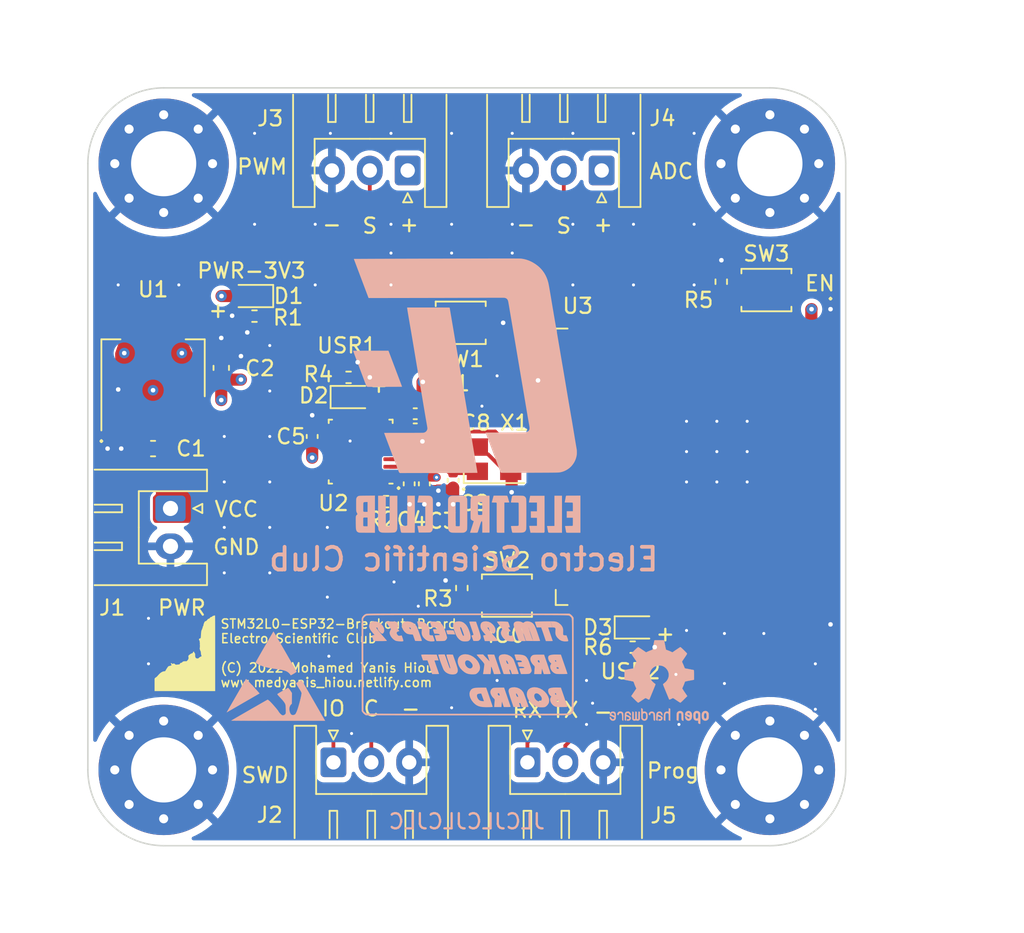
<source format=kicad_pcb>
(kicad_pcb (version 20211014) (generator pcbnew)
  (layers (0 "F.Cu" signal) (1 "In1.Cu" power) (2 "In2.Cu" power) (31 "B.Cu" signal) (34 "B.Paste" user) (35 "F.Paste" user) (36 "B.SilkS" user "B.Silkscreen") (37 "F.SilkS" user "F.Silkscreen") (38 "B.Mask" user) (39 "F.Mask" user) (44 "Edge.Cuts" user))
  (net 0 "")
  (net 1 "VCC")
  (net 2 "GND")
  (net 3 "+3.3V")
  (net 4 "HSE_OUT")
  (net 5 "HSE_IN")
  (net 6 "Net-(D1-Pad1)")
  (net 7 "Net-(D2-Pad1)")
  (net 8 "STM_USR_LED")
  (net 9 "Net-(D3-Pad1)")
  (net 10 "ESP_USR_LED")
  (net 11 "SWDIO")
  (net 12 "SWDCLK")
  (net 13 "ADC")
  (net 14 "PWM")
  (net 15 "Prog_TX")
  (net 16 "Prog_RX")
  (net 17 "BOOT0")
  (net 18 "Net-(R3-Pad1)")
  (net 19 "Net-(R5-Pad1)")
  (net 20 "NRST")
  (net 21 "IO0")
  (net 22 "EN")
  (net 33 "UART_TX")
  (net 34 "UART_RX")
  (net 62 "+3.3VA")
  (footprint "Capacitor_SMD:C_0402_1005Metric" (layer "F.Cu") (at 134.1 98 90)
    (fp_text reference "C8")
    (fp_text value "10p")
  )
  (footprint "Resistor_SMD:R_0402_1005Metric" (layer "F.Cu") (at 120.9925 89.06 180)
    (fp_text reference "R1")
    (fp_text value "1K5")
  )
  (footprint "Package_TO_SOT_SMD:SOT-223-3_TabPin2" (layer "F.Cu") (at 114.3 92.5 90)
    (fp_text reference "U1")
    (fp_text value "AMS1117-3.3")
  )
  (footprint "Resistor_SMD:R_0402_1005Metric" (layer "F.Cu") (at 129.675 101.3)
    (fp_text reference "R2")
    (fp_text value "10k")
  )
  (footprint "Capacitor_SMD:C_0402_1005Metric" (layer "F.Cu") (at 132.2 100.125 -90)
    (fp_text reference "C3")
    (fp_text value "10u")
  )
  (footprint "MountingHole:MountingHole_4.3mm_M4_Pad_Via" (layer "F.Cu") (at 115 119)
    (fp_text reference "H4")
    (fp_text value "MountingHole_Pad")
  )
  (footprint "Package_DFN_QFN:QFN-28_4x4mm_P0.5mm" (layer "F.Cu") (at 128 98 180)
    (fp_text reference "U2")
    (fp_text value "STM32L031G6Ux")
  )
  (footprint "LED_SMD:LED_0603_1608Metric" (layer "F.Cu") (at 127.5 94.4)
    (fp_text reference "D2")
    (fp_text value "Blue")
  )
  (footprint "LED_SMD:LED_0603_1608Metric" (layer "F.Cu") (at 146.245 109.6)
    (fp_text reference "D3")
    (fp_text value "Yellow")
  )
  (footprint "Connector_JST:JST_XH_S3B-XH-A_1x03_P2.50mm_Horizontal" (layer "F.Cu") (at 131.1 79.45 180)
    (fp_text reference "J3")
    (fp_text value "Conn_01x03")
  )
  (footprint "Crystal:Crystal_SMD_SeikoEpson_TSX3225-4Pin_3.2x2.5mm" (layer "F.Cu") (at 136.8 98.5)
    (fp_text reference "X1")
    (fp_text value "16MHz")
  )
  (footprint "Resistor_SMD:R_0402_1005Metric" (layer "F.Cu") (at 134.675 107 90)
    (fp_text reference "R3")
    (fp_text value "10k")
  )
  (footprint "RF_Module:ESP32-WROOM-32" (layer "F.Cu") (at 150.75 99 -90)
    (fp_text reference "U3")
    (fp_text value "ESP32-WROOM-32")
  )
  (footprint "Capacitor_SMD:C_0402_1005Metric" (layer "F.Cu") (at 124.8 97 90)
    (fp_text reference "C5")
    (fp_text value "100n")
  )
  (footprint "Resistor_SMD:R_0402_1005Metric" (layer "F.Cu") (at 127.2 93.1)
    (fp_text reference "R4")
    (fp_text value "1K5")
  )
  (footprint "Logos:yanis_logo" (layer "F.Cu") (at 115.9 111.3)
    (fp_text reference "G***")
    (fp_text value "LOGO" hide)
  )
  (footprint "Button_Switch_SMD:SW_SPST_B3U-1000P" (layer "F.Cu") (at 134.6 89.5)
    (fp_text reference "SW1")
    (fp_text value "SW_SPST")
  )
  (footprint "Capacitor_SMD:C_0402_1005Metric" (layer "F.Cu") (at 131.2 100.125 -90)
    (fp_text reference "C4")
    (fp_text value "100n")
  )
  (footprint "Resistor_SMD:R_0402_1005Metric" (layer "F.Cu") (at 151.79 86.79 90)
    (fp_text reference "R5")
    (fp_text value "10k")
  )
  (footprint "Capacitor_SMD:C_0402_1005Metric" (layer "F.Cu") (at 131.6 95.5)
    (fp_text reference "C7")
    (fp_text value "1u")
  )
  (footprint "Resistor_SMD:R_0402_1005Metric" (layer "F.Cu") (at 145.945 110.9)
    (fp_text reference "R6")
    (fp_text value "1K5")
  )
  (footprint "Capacitor_SMD:C_0603_1608Metric" (layer "F.Cu") (at 118.8 92.475 90)
    (fp_text reference "C2")
    (fp_text value "22u")
  )
  (footprint "Button_Switch_SMD:SW_SPST_B3U-1000P" (layer "F.Cu") (at 137.65 107.5 180)
    (fp_text reference "SW2")
    (fp_text value "SW_SPST")
  )
  (footprint "Connector_JST:JST_XH_S3B-XH-A_1x03_P2.50mm_Horizontal" (layer "F.Cu") (at 143.9 79.45 180)
    (fp_text reference "J4")
    (fp_text value "Conn_01x03")
  )
  (footprint "MountingHole:MountingHole_4.3mm_M4_Pad_Via" (layer "F.Cu") (at 115 79)
    (fp_text reference "H1")
    (fp_text value "MountingHole_Pad")
  )
  (footprint "Inductor_SMD:L_0402_1005Metric" (layer "F.Cu") (at 131.6 94.5)
    (fp_text reference "FB1")
    (fp_text value "100 @ 100MHz")
  )
  (footprint "MountingHole:MountingHole_4.3mm_M4_Pad_Via" (layer "F.Cu") (at 155 119)
    (fp_text reference "H3")
    (fp_text value "MountingHole_Pad")
  )
  (footprint "MountingHole:MountingHole_4.3mm_M4_Pad_Via" (layer "F.Cu") (at 155 79)
    (fp_text reference "H2")
    (fp_text value "MountingHole_Pad")
  )
  (footprint "Connector_JST:JST_XH_S2B-XH-A_1x02_P2.50mm_Horizontal" (layer "F.Cu") (at 115.45 101.75 -90)
    (fp_text reference "J1")
    (fp_text value "Conn_01x02")
  )
  (footprint "Capacitor_SMD:C_0402_1005Metric" (layer "F.Cu") (at 134.1 99.9 -90)
    (fp_text reference "C9")
    (fp_text value "10p")
  )
  (footprint "Capacitor_SMD:C_0603_1608Metric" (layer "F.Cu") (at 114.3 97.8 180)
    (fp_text reference "C1")
    (fp_text value "22u")
  )
  (footprint "Button_Switch_SMD:SW_SPST_B3U-1000P" (layer "F.Cu") (at 154.77 87.34 180)
    (fp_text reference "SW3")
    (fp_text value "SW_SPST")
  )
  (footprint "LED_SMD:LED_0603_1608Metric" (layer "F.Cu") (at 120.7425 87.735 180)
    (fp_text reference "D1")
    (fp_text value "Green")
  )
  (footprint "Connector_JST:JST_XH_S3B-XH-A_1x03_P2.50mm_Horizontal" (layer "F.Cu") (at 139 118.5)
    (fp_text reference "J5")
    (fp_text value "Conn_01x03")
  )
  (footprint "Connector_JST:JST_XH_S3B-XH-A_1x03_P2.50mm_Horizontal" (layer "F.Cu") (at 126.2 118.5)
    (fp_text reference "J2")
    (fp_text value "Conn_01x03")
  )
  (footprint "Capacitor_SMD:C_0402_1005Metric" (layer "F.Cu") (at 131.6 96.5)
    (fp_text reference "C6")
    (fp_text value "10n")
  )
  (footprint "Logos:electro_logo_15mm" (layer "B.Cu") (at 135 94.3 180)
    (fp_text reference "G***")
    (fp_text value "LOGO" hide)
  )
  (footprint "LOGO" (layer "B.Cu") (at 135 112.1 180)
    (fp_text reference "G***")
    (fp_text value "LOGO" hide)
  )
  (footprint "Symbol:ESD-Logo_6.6x6mm_SilkScreen" (layer "B.Cu") (at 122.4 112.8 180)
    (fp_text reference "REF**" hide)
    (fp_text value "ESD-Logo_6.6x6mm_SilkScreen" hide)
  )
  (footprint "Symbol:OSHW-Logo2_7.3x6mm_SilkScreen" (layer "B.Cu") (at 147.7 113.2 180)
    (fp_text reference "REF**" hide)
    (fp_text value "OSHW-Logo2_7.3x6mm_SilkScreen" hide)
  )
  (gr_arc (start 115 124) (mid 111.464466 122.535534) (end 110 119) (layer "Edge.Cuts") (width 0.1))
  (gr_line (start 115 124) (end 155 124) (layer "Edge.Cuts") (width 0.1))
  (gr_arc (start 160 119) (mid 158.535534 122.535534) (end 155 124) (layer "Edge.Cuts") (width 0.1))
  (gr_line (start 110 79) (end 110 119) (layer "Edge.Cuts") (width 0.1))
  (gr_arc (start 155 74) (mid 158.535534 75.464466) (end 160 79) (layer "Edge.Cuts") (width 0.1))
  (gr_arc (start 110 79) (mid 111.464466 75.464466) (end 115 74) (layer "Edge.Cuts") (width 0.1))
  (gr_line (start 160 119) (end 160 79) (layer "Edge.Cuts") (width 0.1))
  (gr_line (start 115 74) (end 155 74) (layer "Edge.Cuts") (width 0.1))
  (gr_text "Electro Scientific Club" (at 134.8 105.1) (layer "B.SilkS") (effects (font (size 1.5 1.5) (thickness 0.25)) (justify mirror)))
  (gr_text "JLCJLCJLCJLC" (at 135 122.4) (layer "B.SilkS") (effects (font (size 1 1)) (justify mirror)))
  (gr_text "IO" (at 126.2 114.95) (layer "F.SilkS") (effects (font (size 1 1))))
  (gr_text "S" (at 128.6 83.1) (layer "F.SilkS") (effects (font (size 1 1))))
  (gr_text "PWR-3V3" (at 120.7925 86.06) (layer "F.SilkS") (effects (font (size 1 1))))
  (gr_text "C" (at 128.7 114.95) (layer "F.SilkS") (effects (font (size 1 1))))
  (gr_text "+" (at 129.2 93.6) (layer "F.SilkS") (effects (font (size 1 1))))
  (gr_text "+" (at 131.2 83) (layer "F.SilkS") (effects (font (size 1 1))))
  (gr_text "GND" (at 119.8 104.3) (layer "F.SilkS") (effects (font (size 1 1))))
  (gr_text "TX" (at 141.5 115.05) (layer "F.SilkS") (effects (font (size 1 1))))
  (gr_text "ADC" (at 148.5 79.5) (layer "F.SilkS") (effects (font (size 1 1))))
  (gr_text "PWM" (at 121.5 79.2) (layer "F.SilkS") (effects (font (size 1 1))))
  (gr_text "+" (at 118.5925 88.66) (layer "F.SilkS") (effects (font (size 1 1))))
  (gr_text "." (at 110.89 96.9) (layer "F.SilkS") (effects (font (size 1 1))))
  (gr_text "USR1" (at 127.1 91) (layer "F.SilkS") (effects (font (size 1 1))))
  (gr_text "+" (at 144 83) (layer "F.SilkS") (effects (font (size 1 1))))
  (gr_text "-" (at 144 115.15) (layer "F.SilkS") (effects (font (size 1 1))))
  (gr_text "RST" (at 134.6 86.9) (layer "F.SilkS") (effects (font (size 1 1))))
  (gr_text "STM32L0-ESP32-Breakout-Board\nElectro Scientific Club\n\n(C) 2022 Mohamed Yanis Hiou\nwww.medyanis_hiou.netlify.com" (at 118.7 111.3) (layer "F.SilkS") (effects (font (size 0.6 0.6) (thickness 0.1)) (justify left)))
  (gr_text "-" (at 131.3 114.95) (layer "F.SilkS") (effects (font (size 1 1))))
  (gr_text "-" (at 138.9 83) (layer "F.SilkS") (effects (font (size 1 1))))
  (gr_text "." (at 134.8 100.075) (layer "F.SilkS") (effects (font (size 1 1))))
  (gr_text "Prog\n" (at 148.6 119.05) (layer "F.SilkS") (effects (font (size 1 1))))
  (gr_text "SWD" (at 121.7 119.35) (layer "F.SilkS") (effects (font (size 1 1))))
  (gr_text "USR2" (at 145.8 112.5) (layer "F.SilkS") (effects (font (size 1 1))))
  (gr_text "S" (at 141.4 83.1) (layer "F.SilkS") (effects (font (size 1 1))))
  (gr_text "-" (at 126.1 83) (layer "F.SilkS") (effects (font (size 1 1))))
  (gr_text "IO0" (at 137.6 110.1) (layer "F.SilkS") (effects (font (size 1 1))))
  (gr_text "+" (at 148.1 110) (layer "F.SilkS") (effects (font (size 1 1))))
  (gr_text "EN" (at 158.3 86.9) (layer "F.SilkS") (effects (font (size 1 1))))
  (gr_text "." (at 159 87.5) (layer "F.SilkS") (effects (font (size 1 1))))
  (gr_text "PWR" (at 116.2 108.3) (layer "F.SilkS") (effects (font (size 1 1))))
  (gr_text "VCC\n" (at 119.8 101.8) (layer "F.SilkS") (effects (font (size 1 1))))
  (gr_text "RX" (at 139 115.05) (layer "F.SilkS") (effects (font (size 1 1))))
  (gr_text "." (at 130.5 100) (layer "F.SilkS") (effects (font (size 1 1))))
  (segment (start 159.005 90.5) (end 159.005 88.605) (width 0.8) (layer "F.Cu") (net 2))
  (segment (start 129.5 99.9975) (end 129.5 100.3) (width 0.25) (layer "F.Cu") (net 2))
  (segment (start 146.455 110.9) (end 147.4 110.9) (width 0.8) (layer "F.Cu") (net 2))
  (segment (start 130.185 100.985) (end 130.185 101.3) (width 0.25) (layer "F.Cu") (net 2))
  (segment (start 136.3 89.5) (end 137.4 89.5) (width 0.8) (layer "F.Cu") (net 2))
  (segment (start 132.2 100.605) (end 133.095 100.605) (width 0.8) (layer "F.Cu") (net 2))
  (segment (start 131.2 100.605) (end 132.2 100.605) (width 0.8) (layer "F.Cu") (net 2))
  (segment (start 124.8 96.52) (end 124.8 95.6) (width 0.56) (layer "F.Cu") (net 2))
  (segment (start 126.0625 97) (end 127 97) (width 0.25) (layer "F.Cu") (net 2))
  (segment (start 127 97) (end 127.3 97.3) (width 0.25) (layer "F.Cu") (net 2))
  (segment (start 131.225 101.475) (end 131.225 100.63) (width 0.8) (layer "F.Cu") (net 2))
  (segment (start 133.125 100.575) (end 133.905 100.575) (width 0.8) (layer "F.Cu") (net 2))
  (segment (start 134.675 106.49) (end 133.61 106.49) (width 0.8) (layer "F.Cu") (net 2))
  (segment (start 112 95.65) (end 112 93.9) (width 0.8) (layer "F.Cu") (net 2))
  (segment (start 120.4825 89.06) (end 120.4825 90.1) (width 0.56) (layer "F.Cu") (net 2))
  (segment (start 127.71 93.1) (end 127.71 92.19) (width 0.56) (layer "F.Cu") (net 2))
  (segment (start 127.71 93.1) (end 128.6 93.1) (width 0.56) (layer "F.Cu") (net 2))
  (segment (start 112 97.6) (end 112.2 97.8) (width 0.8) (layer "F.Cu") (net 2))
  (segment (start 132.2 101.475) (end 133.125 101.475) (width 0.8) (layer "F.Cu") (net 2))
  (segment (start 133.125 100.575) (end 133.125 101.475) (width 0.8) (layer "F.Cu") (net 2))
  (segment (start 130.505 101.3) (end 131.2 100.605) (width 0.8) (layer "F.Cu") (net 2))
  (segment (start 133.125 101.475) (end 134.1 101.475) (width 0.8) (layer "F.Cu") (net 2))
  (segment (start 131.225 100.63) (end 131.2 100.605) (width 0.8) (layer "F.Cu") (net 2))
  (segment (start 135.52 97.52) (end 135.7 97.7) (width 0.56) (layer "F.Cu") (net 2))
  (segment (start 151.79 86.28) (end 151.79 85.38) (width 0.8) (layer "F.Cu") (net 2))
  (segment (start 131.225 101.475) (end 132.2 101.475) (width 0.8) (layer "F.Cu") (net 2))
  (segment (start 133.1 100.575) (end 132.2 101.475) (width 0.8) (layer "F.Cu") (net 2))
  (segment (start 141.495 93.285) (end 139.715 93.285) (width 0.8) (layer "F.Cu") (net 2))
  (segment (start 137.525 99.3) (end 136.4 98.175) (width 0.25) (layer "F.Cu") (net 2))
  (segment (start 159.005 109.395) (end 159 109.4) (width 0.8) (layer "F.Cu") (net 2))
  (segment (start 120.4575 89.035) (end 120.4825 89.06) (width 0.56) (layer "F.Cu") (net 2))
  (segment (start 133.095 100.605) (end 133.125 100.575) (width 0.8) (layer "F.Cu") (net 2))
  (segment (start 113.525 97.8) (end 112.2 97.8) (width 0.8) (layer "F.Cu") (net 2))
  (segment (start 112 95.65) (end 112 97.6) (width 0.8) (layer "F.Cu") (net 2))
  (segment (start 134.1 100.38) (end 134.1 101.475) (width 0.8) (layer "F.Cu") (net 2))
  (segment (start 137.96 100.68) (end 137.96 99.36) (width 0.8) (layer "F.Cu") (net 2))
  (segment (start 132.2 101.475) (end 132.2 100.605) (width 0.8) (layer "F.Cu") (net 2))
  (segment (start 159.005 88.605) (end 159 88.6) (width 0.8) (layer "F.Cu") (net 2))
  (segment (start 132.2 100.605) (end 132.095 100.605) (width 0.8) (layer "F.Cu") (net 2))
  (segment (start 112 95.65) (end 112 97.1) (width 0.8) (layer "F.Cu") (net 2))
  (segment (start 130.185 101.3) (end 130.505 101.3) (width 0.8) (layer "F.Cu") (net 2))
  (segment (start 137.9 99.3) (end 137.525 99.3) (width 0.25) (layer "F.Cu") (net 2))
  (segment (start 133.905 100.575) (end 134.1 100.38) (width 0.8) (layer "F.Cu") (net 2))
  (segment (start 118.8 91.7) (end 118.8 90.5) (width 0.8) (layer "F.Cu") (net 2))
  (segment (start 119.5175 89.035) (end 120.4575 89.035) (width 0.56) (layer "F.Cu") (net 2))
  (segment (start 132.08 96.5) (end 132.08 97.318556) (width 0.56) (layer "F.Cu") (net 2))
  (segment (start 134.1 97.52) (end 135.52 97.52) (width 0.56) (layer "F.Cu") (net 2))
  (segment (start 133.125 100.575) (end 133.2 100.575) (width 0.8) (layer "F.Cu") (net 2))
  (segment (start 112.2 97.8) (end 111.3 97.8) (width 0.8) (layer "F.Cu") (net 2))
  (segment (start 132.095 100.605) (end 131.225 101.475) (width 0.8) (layer "F.Cu") (net 2))
  (segment (start 132.08 97.318556) (end 132.073056 97.3255) (width 0.56) (layer "F.Cu") (net 2))
  (segment (start 127.71 92.19) (end 127.8 92.1) (width 0.56) (layer "F.Cu") (net 2))
  (segment (start 159.005 107.5) (end 159.005 109.395) (width 0.8) (layer "F.Cu") (net 2))
  (segment (start 118.8 91.7) (end 120.1 91.7) (width 0.8) (layer "F.Cu") (net 2))
  (segment (start 133.125 100.575) (end 133.1 100.575) (width 0.8) (layer "F.Cu") (net 2))
  (segment (start 120.4825 90.1) (end 120.5175 90.135) (width 0.56) (layer "F.Cu") (net 2))
  (segment (start 120.5175 90.135) (end 120.5175 90.035) (width 0.56) (layer "F.Cu") (net 2))
  (segment (start 137.96 99.36) (end 137.9 99.3) (width 0.8) (layer "F.Cu") (net 2))
  (segment (start 132.08 95.5) (end 132.08 96.5) (width 0.56) (layer "F.Cu") (net 2))
  (segment (start 139.715 93.285) (end 139.7 93.3) (width 0.8) (layer "F.Cu") (net 2))
  (segment (start 129.5 100.3) (end 130.185 100.985) (width 0.25) (layer "F.Cu") (net 2))
  (segment (start 151.79 85.38) (end 151.8 85.37) (width 0.8) (layer "F.Cu") (net 2))
  (segment (start 112 97.1) (end 111.3 97.8) (width 0.8) (layer "F.Cu") (net 2))
  (segment (start 131.05 101.3) (end 131.225 101.475) (width 0.8) (layer "F.Cu") (net 2))
  (segment (start 130.185 101.3) (end 131.05 101.3) (width 0.8) (layer "F.Cu") (net 2))
  (segment (start 133.61 106.49) (end 133.6 106.5) (width 0.8) (layer "F.Cu") (net 2))
  (segment (start 120.5175 90.035) (end 119.5175 89.035) (width 0.56) (layer "F.Cu") (net 2))
  (segment (start 133.2 100.575) (end 134.1 101.475) (width 0.8) (layer "F.Cu") (net 2))
  (via (at 122 91) (size 0.45) (drill 0.2) (layers "F.Cu" "B.Cu") (net 2))
  (via (at 149.5 96) (size 0.45) (drill 0.2) (layers "F.Cu" "B.Cu") (net 2))
  (via (at 125.8 107.6) (size 0.45) (drill 0.2) (layers "F.Cu" "B.Cu") (net 2))
  (via (at 127.4 116.6) (size 0.45) (drill 0.2) (layers "F.Cu" "B.Cu") (net 2))
  (via (at 136 95) (size 0.45) (drill 0.2) (layers "F.Cu" "B.Cu") (net 2))
  (via (at 153.5 100) (size 0.45) (drill 0.2) (layers "F.Cu" "B.Cu") (net 2))
  (via (at 122 100) (size 0.45) (drill 0.2) (layers "F.Cu" "B.Cu") (net 2))
  (via (at 137 93) (size 0.45) (drill 0.2) (layers "F.Cu" "B.Cu") (net 2))
  (via (at 146 77) (size 0.45) (drill 0.2) (layers "F.Cu" "B.Cu") (net 2))
  (via (at 119 100) (size 0.45) (drill 0.2) (layers "F.Cu" "B.Cu") (net 2))
  (via (at 159 109.4) (size 0.7) (drill 0.3) (layers "F.Cu" "B.Cu") (net 2))
  (via (at 137 113.1) (size 0.45) (drill 0.2) (layers "F.Cu" "B.Cu") (net 2))
  (via (at 126 77) (size 0.45) (drill 0.2) (layers "F.Cu" "B.Cu") (net 2))
  (via (at 142 87) (size 0.45) (drill 0.2) (layers "F.Cu" "B.Cu") (net 2))
  (via (at 122 94) (size 0.45) (drill 0.2) (layers "F.Cu" "B.Cu") (net 2))
  (via (at 137.96 100.68) (size 0.7) (drill 0.3) (layers "F.Cu" "B.Cu") (net 2))
  (via (at 138 77) (size 0.45) (drill 0.2) (layers "F.Cu" "B.Cu") (net 2))
  (via (at 130.2 106.6) (size 0.45) (drill 0.2) (layers "F.Cu" "B.Cu") (net 2))
  (via (at 120.1 91.7) (size 0.7) (drill 0.3) (layers "F.Cu" "B.Cu") (net 2))
  (via (at 151.8 85.37) (size 0.7) (drill 0.3) (layers "F.Cu" "B.Cu") (net 2))
  (via (at 142 77) (size 0.45) (drill 0.2) (layers "F.Cu" "B.Cu") (net 2))
  (via (at 125 83) (size 0.45) (drill 0.2) (layers "F.Cu" "B.Cu") (net 2))
  (via (at 142 83) (size 0.45) (drill 0.2) (layers "F.Cu" "B.Cu") (net 2))
  (via (at 116 87) (size 0.45) (drill 0.2) (layers "F.Cu" "B.Cu") (net 2))
  (via (at 151.5 98) (size 0.45) (drill 0.2) (layers "F.Cu" "B.Cu") (net 2))
  (via (at 119 97) (size 0.45) (drill 0.2) (layers "F.Cu" "B.Cu") (net 2))
  (via (at 119.5175 89.035) (size 0.7) (drill 0.3) (layers "F.Cu" "B.Cu") (net 2))
  (via (at 149 116) (size 0.45) (drill 0.2) (layers "F.Cu" "B.Cu") (net 2))
  (via (at 152 110) (size 0.45) (drill 0.2) (layers "F.Cu" "B.Cu") (net 2))
  (via (at 128.6 93.1) (size 0.7) (drill 0.3) (layers "F.Cu" "B.Cu") (net 2))
  (via (at 153.5 96) (size 0.45) (drill 0.2) (layers "F.Cu" "B.Cu") (net 2))
  (via (at 112.2 97.8) (size 0.7) (drill 0.3) (layers "F.Cu" "B.Cu") (net 2))
  (via (at 138 83) (size 0.45) (drill 0.2) (layers "F.Cu" "B.Cu") (net 2))
  (via (at 121 83) (size 0.45) (drill 0.2) (layers "F.Cu" "B.Cu") (net 2))
  (via (at 148.8 112.7) (size 0.45) (drill 0.2) (layers "F.Cu" "B.Cu") (net 2))
  (via (at 132.2 101.475) (size 0.7) (drill 0.3) (layers "F.Cu" "B.Cu") (net 2))
  (via (at 122 103) (size 0.45) (drill 0.2) (layers "F.Cu" "B.Cu") (net 2))
  (via (at 119 103) (size 0.45) (drill 0.2) (layers "F.Cu" "B.Cu") (net 2))
  (via (at 147.4 110.9) (size 0.7) (drill 0.3) (layers "F.Cu" "B.Cu") (net 2))
  (via (at 114 109) (size 0.45) (drill 0.2) (layers "F.Cu" "B.Cu") (net 2))
  (via (at 133.125 100.575) (size 0.7) (drill 0.3) (layers "F.Cu" "B.Cu") (net 2))
  (via (at 112 87) (size 0.45) (drill 0.2) (layers "F.Cu" "B.Cu") (net 2))
  (via (at 131.225 101.475) (size 0.7) (drill 0.3) (layers "F.Cu" "B.Cu") (net 2))
  (via (at 121 77) (size 0.45) (drill 0.2) (layers "F.Cu" "B.Cu") (net 2))
  (via (at 118.8 90.5) (size 0.7) (drill 0.3) (layers "F.Cu" "B.Cu") (net 2))
  (via (at 111.3 97.8) (size 0.7) (drill 0.3) (layers "F.Cu" "B.Cu") (net 2))
  (via (at 122 106) (size 0.45) (drill 0.2) (layers "F.Cu" "B.Cu") (net 2))
  (via (at 146 83) (size 0.45) (drill 0.2) (layers "F.Cu" "B.Cu") (net 2))
  (via (at 125 87) (size 0.45) (drill 0.2) (layers "F.Cu" "B.Cu") (net 2))
  (via (at 149.5 98) (size 0.45) (drill 0.2) (layers "F.Cu" "B.Cu") (net 2))
  (via (at 133.6 106.5) (size 0.7) (drill 0.3) (layers "F.Cu" "B.Cu") (net 2))
  (via (at 120.5175 90.135) (size 0.7) (drill 0.3) (layers "F.Cu" "B.Cu") (net 2))
  (via (at 158 112) (size 0.45) (drill 0.2) (layers "F.Cu" "B.Cu") (net 2))
  (via (at 131.8 108.2) (size 0.45) (drill 0.2) (layers "F.Cu" "B.Cu") (net 2))
  (via (at 150 83) (size 0.45) (drill 0.2) (layers "F.Cu" "B.Cu") (net 2))
  (via (at 134 83) (size 0.45) (drill 0.2) (layers "F.Cu" "B.Cu") (net 2))
  (via (at 134.1 101.475) (size 0.7) (drill 0.3) (layers "F.Cu" "B.Cu") (net 2))
  (via (at 150 87) (size 0.45) (drill 0.2) (layers "F.Cu" "B.Cu") (net 2))
  (via (at 151.5 96) (size 0.45) (drill 0.2) (layers "F.Cu" "B.Cu") (net 2))
  (via (at 130 87) (size 0.45) (drill 0.2) (layers "F.Cu" "B.Cu") (net 2))
  (via (at 130 83) (size 0.45) (drill 0.2) (layers "F.Cu" "B.Cu") (net 2))
  (via (at 112 93.9) (size 0.7) (drill 0.3) (layers "F.Cu" "B.Cu") (net 2))
  (via (at 130 84.9) (size 0.45) (drill 0.2) (layers "F.Cu" "B.Cu") (net 2))
  (via (at 154.6 110) (size 0.45) (drill 0.2) (layers "F.Cu" "B.Cu") (net 2))
  (via (at 146 87) (size 0.45) (drill 0.2) (layers "F.Cu" "B.Cu") (net 2))
  (via (at 159 88.6) (size 0.7) (drill 0.3) (layers "F.Cu" "B.Cu") (net 2))
  (via (at 142.9 113.1) (size 0.45) (drill 0.2) (layers "F.Cu" "B.Cu") (net 2))
  (via (at 133.125 101.475) (size 0.7) (drill 0.3) (layers "F.Cu" "B.Cu") (net 2))
  (via (at 134 114.9) (size 0.45) (drill 0.2) (layers "F.Cu" "B.Cu") (net 2))
  (via (at 142.9 116) (size 0.45) (drill 0.2) (layers "F.Cu" "B.Cu") (net 2))
  (via (at 138 84.9) (size 0.45) (drill 0.2) (layers "F.Cu" "B.Cu") (net 2))
  (via (at 151.5 100) (size 0.45) (drill 0.2) (layers "F.Cu" "B.Cu") (net 2))
  (via (at 134 77) (size 0.45) (drill 0.2) (layers "F.Cu" "B.Cu") (net 2))
  (via (at 125.9 111.5) (size 0.45) (drill 0.2) (layers "F.Cu" "B.Cu") (net 2))
  (via (at 127.3 97.3) (size 0.45) (drill 0.2) (layers "F.Cu" "B.Cu") (net 2))
  (via (at 122 97) (size 0.45) (drill 0.2) (layers "F.Cu" "B.Cu") (net 2))
  (via (at 114 112) (size 0.45) (drill 0.2) (layers "F.Cu" "B.Cu") (net 2))
  (via (at 130 77) (size 0.45) (drill 0.2) (layers "F.Cu" "B.Cu") (net 2))
  (via (at 134 84.9) (size 0.45) (drill 0.2) (layers "F.Cu" "B.Cu") (net 2))
  (via (at 153.5 98) (size 0.45) (drill 0.2) (layers "F.Cu" "B.Cu") (net 2))
  (via (at 149.5 109.8) (size 0.45) (drill 0.2) (layers "F.Cu" "B.Cu") (net 2))
  (via (at 143.3 114.6) (size 0.45) (drill 0.2) (layers "F.Cu" "B.Cu") (net 2))
  (via (at 132.073056 97.3255) (size 0.7) (drill 0.3) (layers "F.Cu" "B.Cu") (net 2))
  (via (at 139.7 93.3) (size 0.7) (drill 0.3) (layers "F.Cu" "B.Cu") (net 2))
  (via (at 158 115) (size 0.45) (drill 0.2) (layers "F.Cu" "B.Cu") (net 2))
  (via (at 127.8 92.1) (size 0.7) (drill 0.3) (layers "F.Cu" "B.Cu") (net 2))
  (via (at 119 106) (size 0.45) (drill 0.2) (layers "F.Cu" "B.Cu") (net 2))
  (via (at 152 113.3) (size 0.45) (drill 0.2) (layers "F.Cu" "B.Cu") (net 2))
  (via (at 125.8 103) (size 0.45) (drill 0.2) (layers "F.Cu" "B.Cu") (net 2))
  (via (at 137.4 89.5) (size 0.7) (drill 0.3) (layers "F.Cu" "B.Cu") (net 2))
  (via (at 150 77) (size 0.45) (drill 0.2) (layers "F.Cu" "B.Cu") (net 2))
  (via (at 124.8 95.6) (size 0.7) (drill 0.3) (layers "F.Cu" "B.Cu") (net 2))
  (via (at 149.5 100) (size 0.45) (drill 0.2) (layers "F.Cu" "B.Cu") (net 2))
  (segment (start 132.085 93.415) (end 132.1 93.4) (width 0.8) (layer "F.Cu") (net 3))
  (segment (start 132.255 99.7) (end 133.005 99.7) (width 0.56) (layer "F.Cu") (net 3))
  (segment (start 157.735 90.5) (end 157.735 88.615) (width 0.8) (layer "F.Cu") (net 3))
  (segment (start 130.675 99.65) (end 131.195 99.65) (width 0.25) (layer "F.Cu") (net 3))
  (segment (start 132.2 99.645) (end 132.255 99.7) (width 0.56) (layer "F.Cu") (net 3))
  (segment (start 131.195 99.65) (end 131.2 99.645) (width 0.25) (layer "F.Cu") (net 3))
  (segment (start 126.0625 97.5) (end 124.82 97.5) (width 0.25) (layer "F.Cu") (net 3))
  (segment (start 130.525 99.5) (end 130.675 99.65) (width 0.25) (layer "F.Cu") (net 3))
  (segment (start 118.8 93.25) (end 120.1 93.25) (width 0.8) (layer "F.Cu") (net 3))
  (segment (start 118.8 93.25) (end 118.8 94.6) (width 0.8) (layer "F.Cu") (net 3))
  (segment (start 124.82 97.5) (end 124.8 97.48) (width 0.25) (layer "F.Cu") (net 3))
  (segment (start 157.735 88.615) (end 157.75 88.6) (width 0.8) (layer "F.Cu") (net 3))
  (segment (start 132.2 99.645) (end 131.2 99.645) (width 0.56) (layer "F.Cu") (net 3))
  (segment (start 124.8 98.4) (end 124.8 97.48) (width 0.8) (layer "F.Cu") (net 3))
  (segment (start 129.9975 99.5) (end 130.525 99.5) (width 0.25) (layer "F.Cu") (net 3))
  (segment (start 132.085 94.5) (end 132.085 93.415) (width 0.8) (layer "F.Cu") (net 3))
  (segment (start 119.955 87.735) (end 118.8175 87.735) (width 0.8) (layer "F.Cu") (net 3))
  (via (at 112.4 91.5) (size 0.7) (drill 0.3) (layers "F.Cu" "B.Cu") (net 3))
  (via (at 120.1 93.25) (size 0.7) (drill 0.3) (layers "F.Cu" "B.Cu") (net 3))
  (via (at 114.3 93.95) (size 0.7) (drill 0.3) (layers "F.Cu" "B.Cu") (net 3))
  (via (at 118.8 94.6) (size 0.7) (drill 0.3) (layers "F.Cu" "B.Cu") (net 3))
  (via (at 116.2 91.5) (size 0.7) (drill 0.3) (layers "F.Cu" "B.Cu") (net 3))
  (via (at 124.8 98.4) (size 0.7) (drill 0.3) (layers "F.Cu" "B.Cu") (net 3))
  (via (at 132.1 93.4) (size 0.7) (drill 0.3) (layers "F.Cu" "B.Cu") (net 3))
  (via (at 157.75 88.6) (size 0.7) (drill 0.3) (layers "F.Cu" "B.Cu") (net 3))
  (via (at 133.005 99.7) (size 0.45) (drill 0.2) (layers "F.Cu" "B.Cu") (net 3))
  (via (at 118.8175 87.735) (size 0.7) (drill 0.3) (layers "F.Cu" "B.Cu") (net 3))
  (segment (start 133.75 96.675) (end 133.375 97.05) (width 0.25) (layer "F.Cu") (net 4))
  (segment (start 137.9 97.7) (end 136.875 96.675) (width 0.25) (layer "F.Cu") (net 4))
  (segment (start 134.08 98.5) (end 134.1 98.48) (width 0.25) (layer "F.Cu") (net 4))
  (segment (start 136.875 96.675) (end 133.75 96.675) (width 0.25) (layer "F.Cu") (net 4))
  (segment (start 133.375 97.762609) (end 134.092391 98.48) (width 0.25) (layer "F.Cu") (net 4))
  (segment (start 133.375 97.05) (end 133.375 97.762609) (width 0.25) (layer "F.Cu") (net 4))
  (segment (start 129.9375 98.5) (end 134.08 98.5) (width 0.25) (layer "F.Cu") (net 4))
  (segment (start 134.092391 98.48) (end 134.1 98.48) (width 0.25) (layer "F.Cu") (net 4))
  (segment (start 133.87 99.42) (end 133.45 99) (width 0.25) (layer "F.Cu") (net 5))
  (segment (start 135.58 99.42) (end 135.7 99.3) (width 0.25) (layer "F.Cu") (net 5))
  (segment (start 133.45 99) (end 129.9375 99) (width 0.25) (layer "F.Cu") (net 5))
  (segment (start 134.1 99.42) (end 135.58 99.42) (width 0.25) (layer "F.Cu") (net 5))
  (segment (start 134.1 99.42) (end 133.87 99.42) (width 0.25) (layer "F.Cu") (net 5))
  (segment (start 121.53 89.0325) (end 121.5025 89.06) (width 0.8) (layer "F.Cu") (net 6))
  (segment (start 121.53 87.735) (end 121.53 89.0325) (width 0.8) (layer "F.Cu") (net 6))
  (segment (start 126.7125 93.1225) (end 126.69 93.1) (width 0.8) (layer "F.Cu") (net 7))
  (segment (start 126.7125 94.4) (end 126.7125 93.1225) (width 0.8) (layer "F.Cu") (net 7))
  (segment (start 129 96.0625) (end 129 95.1125) (width 0.25) (layer "F.Cu") (net 8))
  (segment (start 129 95.1125) (end 128.2875 94.4) (width 0.25) (layer "F.Cu") (net 8))
  (segment (start 145.435 109.6225) (end 145.4575 109.6) (width 0.56) (layer "F.Cu") (net 9))
  (segment (start 145.435 110.9) (end 145.435 109.6225) (width 0.56) (layer "F.Cu") (net 9))
  (segment (start 147.575 107.5) (end 147.575 109.0575) (width 0.8) (layer "F.Cu") (net 10))
  (segment (start 147.575 109.0575) (end 147.0325 109.6) (width 0.8) (layer "F.Cu") (net 10))
  (segment (start 125.075 114.875) (end 126.2 116) (width 0.25) (layer "F.Cu") (net 11))
  (segment (start 126.0025 99.5) (end 125.2 99.5) (width 0.25) (layer "F.Cu") (net 11))
  (segment (start 125.2 99.5) (end 125.075 99.625) (width 0.25) (layer "F.Cu") (net 11))
  (segment (start 125.075 99.625) (end 125.075 114.875) (width 0.25) (layer "F.Cu") (net 11))
  (segment (start 126.2 116) (end 126.2 118.5) (width 0.25) (layer "F.Cu") (net 11))
  (segment (start 128.7 113) (end 128.7 118.5) (width 0.25) (layer "F.Cu") (net 12))
  (segment (start 126.5 99.9975) (end 126.5 110.8) (width 0.25) (layer "F.Cu") (net 12))
  (segment (start 126.5 110.8) (end 128.7 113) (width 0.25) (layer "F.Cu") (net 12))
  (segment (start 141.4 83.8) (end 141.4 79.45) (width 0.25) (layer "F.Cu") (net 13))
  (segment (start 131 88.1) (end 132.4 86.7) (width 0.25) (layer "F.Cu") (net 13))
  (segment (start 131 93.1) (end 131 88.1) (width 0.25) (layer "F.Cu") (net 13))
  (segment (start 129.9975 94.1025) (end 131 93.1) (width 0.25) (layer "F.Cu") (net 13))
  (segment (start 138.5 86.7) (end 141.4 83.8) (width 0.25) (layer "F.Cu") (net 13))
  (segment (start 132.4 86.7) (end 138.5 86.7) (width 0.25) (layer "F.Cu") (net 13))
  (segment (start 129.9975 96.5) (end 129.9975 94.1025) (width 0.25) (layer "F.Cu") (net 13))
  (segment (start 129.5 96.0025) (end 129.5 89.6) (width 0.25) (layer "F.Cu") (net 14))
  (segment (start 128.6 88.7) (end 128.6 79.45) (width 0.25) (layer "F.Cu") (net 14))
  (segment (start 129.5 89.6) (end 128.6 88.7) (width 0.25) (layer "F.Cu") (net 14))
  (segment (start 155.195 111.105) (end 149.6 116.7) (width 0.25) (layer "F.Cu") (net 15))
  (segment (start 155.195 107.5) (end 155.195 111.105) (width 0.25) (layer "F.Cu") (net 15))
  (segment (start 141.5 117.4) (end 141.5 118.5) (width 0.25) (layer "F.Cu") (net 15))
  (segment (start 149.6 116.7) (end 142.2 116.7) (width 0.25) (layer "F.Cu") (net 15))
  (segment (start 142.2 116.7) (end 141.5 117.4) (width 0.25) (layer "F.Cu") (net 15))
  (segment (start 153.925 110.175) (end 148.875 115.225) (width 0.25) (layer "F.Cu") (net 16))
  (segment (start 153.925 107.5) (end 153.925 110.175) (width 0.25) (layer "F.Cu") (net 16))
  (segment (start 140.975 115.225) (end 139 117.2) (width 0.25) (layer "F.Cu") (net 16))
  (segment (start 139 117.2) (end 139 118.5) (width 0.25) (layer "F.Cu") (net 16))
  (segment (start 148.875 115.225) (end 140.975 115.225) (width 0.25) (layer "F.Cu") (net 16))
  (segment (start 129 100.575) (end 129.175 100.75) (width 0.25) (layer "F.Cu") (net 17))
  (segment (start 129.175 100.75) (end 129.175 101.29) (width 0.25) (layer "F.Cu") (net 17))
  (segment (start 129 99.9375) (end 129 100.575) (width 0.25) (layer "F.Cu") (net 17))
  (segment (start 129.175 101.29) (end 129.165 101.3) (width 0.25) (layer "F.Cu") (net 17))
  (segment (start 134.675 107.51) (end 135.94 107.51) (width 0.8) (layer "F.Cu") (net 18))
  (segment (start 135.94 107.51) (end 135.95 107.5) (width 0.8) (layer "F.Cu") (net 18))
  (segment (start 151.79 87.3) (end 153.06 87.3) (width 0.8) (layer "F.Cu") (net 19))
  (segment (start 153.06 87.3) (end 153.1 87.34) (width 0.8) (layer "F.Cu") (net 19))
  (segment (start 132.9 97.5) (end 132.9 89.5) (width 0.25) (layer "F.Cu") (net 20))
  (segment (start 129.9375 98) (end 132.4 98) (width 0.25) (layer "F.Cu") (net 20))
  (segment (start 132.4 98) (end 132.9 97.5) (width 0.25) (layer "F.Cu") (net 20))
  (segment (start 139.35 107.5) (end 142.495 107.5) (width 0.8) (layer "F.Cu") (net 21))
  (segment (start 156.465 87.375) (end 156.5 87.34) (width 0.8) (layer "F.Cu") (net 22))
  (segment (start 156.465 90.5) (end 156.465 87.375) (width 0.8) (layer "F.Cu") (net 22))
  (segment (start 150.115 112.285) (end 150.115 107.5) (width 0.25) (layer "F.Cu") (net 33))
  (segment (start 127.475 101.075) (end 127.475 105.15) (width 0.25) (layer "F.Cu") (net 33))
  (segment (start 136.15 113.825) (end 148.575 113.825) (width 0.25) (layer "F.Cu") (net 33))
  (segment (start 148.575 113.825) (end 150.115 112.285) (width 0.25) (layer "F.Cu") (net 33))
  (segment (start 127.475 105.15) (end 136.15 113.825) (width 0.25) (layer "F.Cu") (net 33))
  (segment (start 128 99.9375) (end 128 100.55) (width 0.25) (layer "F.Cu") (net 33))
  (segment (start 128 100.55) (end 127.475 101.075) (width 0.25) (layer "F.Cu") (net 33))
  (segment (start 128.275 103.275) (end 128.275 101.275) (width 0.25) (layer "F.Cu") (net 34))
  (segment (start 128.275 101.275) (end 128.5 101.05) (width 0.25) (layer "F.Cu") (net 34))
  (segment (start 137.325 112.325) (end 128.275 103.275) (width 0.25) (layer "F.Cu") (net 34))
  (segment (start 148.845 107.5) (end 148.845 111.505) (width 0.25) (layer "F.Cu") (net 34))
  (segment (start 128.5 101.05) (end 128.5 99.9375) (width 0.25) (layer "F.Cu") (net 34))
  (segment (start 148.025 112.325) (end 137.325 112.325) (width 0.25) (layer "F.Cu") (net 34))
  (segment (start 148.845 111.505) (end 148.025 112.325) (width 0.25) (layer "F.Cu") (net 34))
  (segment (start 129.9375 97.5) (end 130.75 97.5) (width 0.25) (layer "F.Cu") (net 62))
  (segment (start 131.115 94.5) (end 131.115 95.495) (width 0.56) (layer "F.Cu") (net 62))
  (segment (start 131.12 95.5) (end 131.12 96.5) (width 0.56) (layer "F.Cu") (net 62))
  (segment (start 131.115 95.495) (end 131.12 95.5) (width 0.56) (layer "F.Cu") (net 62))
  (segment (start 131.12 97.13) (end 131.12 96.5) (width 0.25) (layer "F.Cu") (net 62))
  (segment (start 130.75 97.5) (end 131.12 97.13) (width 0.25) (layer "F.Cu") (net 62))
  (zone (net 3) (net_name "+3.3V") (layer "F.Cu") (connect_pads yes (clearance 0)) (min_thickness 0.254) (fill yes (thermal_gap 0.508) (thermal_bridge_width 0.508))
    (polygon (pts (xy 116.4 88.35) (xy 116.4 90.36) (xy 116.91 91.49) (xy 116.91 92.4) (xy 117.1 92.6) (xy 119.28 92.6) (xy 119.5 92.79) (xy 119.5 93.7) (xy 119.27 93.9) (xy 115.78 93.9) (xy 115.25 94.65) (xy 115.25 96.65) (xy 115.06 96.85) (xy 113.54 96.85) (xy 113.35 96.66) (xy 113.35 94.65) (xy 113.35 94.34) (xy 113.2 94.2) (xy 113 94) (xy 112.53 93.55) (xy 112.24 93.25) (xy 112 93) (xy 111.8 92.81) (xy 111.8 91.5) (xy 112.2 90.35) (xy 112.2 88.35) (xy 112.4 88.14) (xy 116.19 88.14)))
  )
  (zone (net 1) (net_name "VCC") (layer "F.Cu") (connect_pads yes (clearance 0)) (min_thickness 0.254) (fill yes (thermal_gap 0.508) (thermal_bridge_width 0.508))
    (polygon (pts (xy 117.5 94.7) (xy 117.5 96.7) (xy 117.3 96.92) (xy 116.9 96.92) (xy 116.69 97.1) (xy 116.69 100.8) (xy 116.9 101) (xy 116.9 102.52) (xy 116.7 102.7) (xy 114.39 102.7) (xy 114.29 102.5) (xy 114.29 101) (xy 114.49 100.8) (xy 114.49 97.41) (xy 114.71 97.2) (xy 115.01 97.2) (xy 115.28 97) (xy 115.5 96.8) (xy 115.7 96.6) (xy 115.7 94.7) (xy 115.9 94.5) (xy 117.29 94.5)))
  )
  (zone (net 2) (net_name "GND") (layer "B.Cu") (connect_pads (clearance 0.35)) (min_thickness 0.254) (fill yes (thermal_gap 0.508) (thermal_bridge_width 0.508))
    (polygon (pts (xy 160 124) (xy 110 124) (xy 110 73.9) (xy 160 73.9)))
  )
  (zone (net 0) (net_name "") (layers "In1.Cu" "In2.Cu" "B.Cu") (connect_pads (clearance 0)) (min_thickness 0.254)
    (keepout (tracks allowed) (vias allowed) (pads allowed) (copperpour not_allowed) (footprints allowed))
    (fill (thermal_gap 0.508) (thermal_bridge_width 0.508))
    (polygon (pts (xy 138.94 96.5) (xy 138.94 100.07) (xy 138.79 100.23) (xy 135 100.23) (xy 134.89 100.35) (xy 134.89 100.7) (xy 134.76 100.88) (xy 133.79 100.88) (xy 133.62 100.74) (xy 133.62 100.15) (xy 133.49 100.02) (xy 133.49 99.34) (xy 133.36 99.2) (xy 132.88 99.2) (xy 131.85 99.19) (xy 129.51 99.19) (xy 129.4 99.09) (xy 129.4 98.41) (xy 129.5 98.3) (xy 133.04 98.3) (xy 133.15 98.11) (xy 133.15 96.58) (xy 133.29 96.4) (xy 138.8 96.4)))
  )
)
</source>
